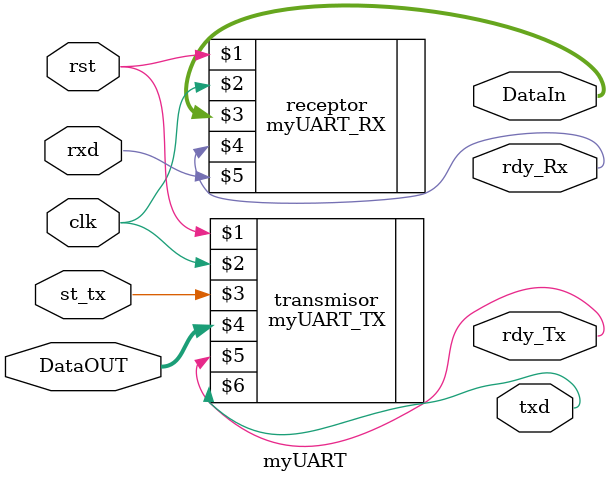
<source format=v>
/*
Para modificar el baud rate se modifica la cuenta de 
  cntBaud y su numero de bits en el transmisor y tambien
  cntBaud, cnt217, y su respectivo numero de bits en el receptor

Configurado con Paridad PAR (numero de unos par se manda o espera 0 ya 
	se concidera el cero un valor par)*/
module myUART(rst, clk, st_tx, DataOUT, rxd, DataIn,rdy_Rx, rdy_Tx, txd);//, parCheck);
	input rst; 
	input clk;
	input st_tx;
	input [7:0]DataOUT;
	input rxd;
	output [7:0]DataIn;
	output rdy_Rx;
	output rdy_Tx;
	output txd;
	//output parCheck;
	
	myUART_TX transmisor(rst, clk, st_tx, DataOUT, rdy_Tx, txd);
	
	myUART_RX receptor(rst, clk, DataIn, rdy_Rx, rxd);
	
	
endmodule
</source>
